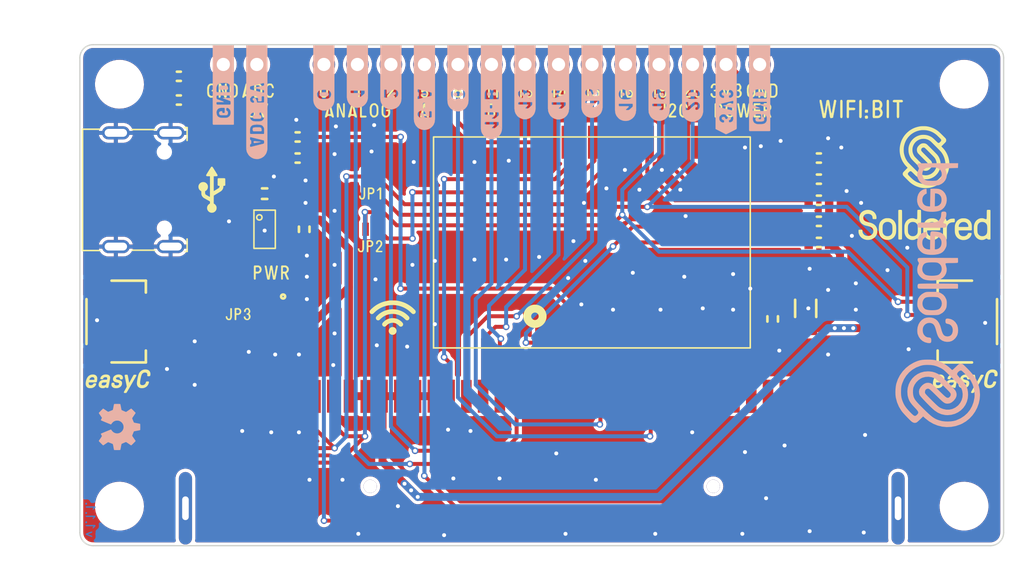
<source format=kicad_pcb>
(kicad_pcb (version 20211014) (generator pcbnew)
  (title_block (title "WIFI:bit") (date "2021-09-09") (rev "V1.1.1.") (company "SOLDERED") (comment 1 "333061"))
  (layers (0 "F.Cu" signal) (31 "B.Cu" signal) (34 "B.Paste" user) (35 "F.Paste" user) (36 "B.SilkS" user "B.Silkscreen") (37 "F.SilkS" user "F.Silkscreen") (38 "B.Mask" user) (39 "F.Mask" user) (44 "Edge.Cuts" user))
  (net 0 "")
  (net 1 "GND")
  (net 2 "3V3")
  (net 3 "VUSB")
  (net 4 "GPIO4")
  (net 5 "P20")
  (net 6 "GPIO5")
  (net 7 "P19")
  (net 8 "ADC-5V")
  (net 9 "Net-(K5-PadA5)")
  (net 13 "Net-(K5-PadB5)")
  (net 17 "P3")
  (net 18 "P0")
  (net 19 "P4")
  (net 20 "P5")
  (net 21 "P6")
  (net 22 "P7")
  (net 23 "P1")
  (net 24 "TXD")
  (net 25 "P9")
  (net 26 "P10")
  (net 27 "P11")
  (net 28 "P12")
  (net 29 "P2")
  (net 30 "P13")
  (net 31 "P14")
  (net 32 "P15")
  (net 33 "RXD")
  (net 34 "GPIO15")
  (net 35 "GPIO2")
  (net 36 "GPIO0")
  (net 37 "EN")
  (net 38 "RESET")
  (net 39 "ADC")
  (net 40 "GPIO16")
  (net 41 "GPIO14")
  (net 42 "GPIO12")
  (net 43 "GPIO13")
  (net 45 "Net-(D1-Pad1)")
  (net 46 "Net-(JP3-Pad2)")
  (footprint "e-radionica.com footprinti:0402LED" (layer "F.Cu") (at 80.32 125.96)
    (fp_text reference "D1")
    (fp_text value "purple")
  )
  (footprint "e-radionica.com footprinti:SMD_JUMPER_CONNECTED" (layer "F.Cu") (at 87.82 117.46 180)
    (fp_text reference "JP1")
    (fp_text value "SMD-JUMPER-CONNECTED")
  )
  (footprint "e-radionica.com footprinti:ESP 8266(ESP12-F)" (layer "F.Cu") (at 100.82 122.46 90)
    (fp_text reference "U1")
    (fp_text value "ESP8266(ESP12-F)")
  )
  (footprint "e-radionica.com footprinti:0603R" (layer "F.Cu") (at 121.82 120.86)
    (fp_text reference "R5")
    (fp_text value "10k")
  )
  (footprint "e-radionica.com footprinti:SMD_JUMPER_CONNECTED" (layer "F.Cu") (at 87.82 121.46 180)
    (fp_text reference "JP2")
    (fp_text value "SMD-JUMPER-CONNECTED")
  )
  (footprint "e-radionica.com footprinti:easyC-connector" (layer "F.Cu") (at 132.52 128.46 -90)
    (fp_text reference "K2")
    (fp_text value "easyC-SMD")
  )
  (footprint "e-radionica.com footprinti:SMD-JUMPER-CONNECTED_TRACE_SLODERMASK" (layer "F.Cu") (at 77.82 126.71)
    (fp_text reference "JP3")
    (fp_text value "SMD-JUMPER-CONNECTED_TRACE_SLODERMASK")
  )
  (footprint "e-radionica.com footprinti:0603R" (layer "F.Cu") (at 82.32 114.46 180)
    (fp_text reference "R6")
    (fp_text value "10k")
  )
  (footprint "buzzardLabel" (layer "F.Cu") (at 79.32 110.96)
    (fp_text reference "")
    (fp_text value "")
  )
  (footprint "e-radionica.com footprinti:0603C" (layer "F.Cu") (at 79.82 118.76 180)
    (fp_text reference "C3")
    (fp_text value "2.2uF")
  )
  (footprint "e-radionica.com footprinti:MC127-140-002" (layer "F.Cu") (at 100.82 140.96 180)
    (fp_text reference "K6")
    (fp_text value "MIC127-140-002")
  )
  (footprint "buzzardLabel" (layer "F.Cu") (at 94.47 110.96)
    (fp_text reference "")
    (fp_text value "")
  )
  (footprint "buzzardLabel" (layer "F.Cu") (at 84.31 110.96)
    (fp_text reference "")
    (fp_text value "")
  )
  (footprint "e-radionica.com footprinti:HOLE_3.2mm" (layer "F.Cu") (at 68.82 110.46 -90)
    (fp_text reference "H1" hide)
    (fp_text value "HOLE_3.2mm" hide)
  )
  (footprint "e-radionica.com footprinti:FIDUCIAL_23" (layer "F.Cu") (at 68.32 137.46 -90)
    (fp_text reference "FD1")
    (fp_text value "FIDUCIAL")
  )
  (footprint "e-radionica.com footprinti:0603R" (layer "F.Cu") (at 121.82 117.66)
    (fp_text reference "R2")
    (fp_text value "10k")
  )
  (footprint "buzzardLabel" (layer "F.Cu") (at 114.79 110.96)
    (fp_text reference "")
    (fp_text value "")
  )
  (footprint "buzzardLabel" (layer "F.Cu") (at 91.93 110.96)
    (fp_text reference "")
    (fp_text value "")
  )
  (footprint "buzzardLabel" (layer "F.Cu") (at 125.02 112.36)
    (fp_text reference "")
    (fp_text value "")
  )
  (footprint "e-radionica.com footprinti:1206C" (layer "F.Cu") (at 120.82 127.46 -90)
    (fp_text reference "C1")
    (fp_text value "10uF")
  )
  (footprint "buzzardLabel" (layer "F.Cu") (at 80.32 124.76)
    (fp_text reference "")
    (fp_text value "")
  )
  (footprint "buzzardLabel" (layer "F.Cu") (at 79.32 112.46)
    (fp_text reference "")
    (fp_text value "")
  )
  (footprint "buzzardLabel" (layer "F.Cu") (at 110.98 112.46)
    (fp_text reference "")
    (fp_text value "")
  )
  (footprint "Soldered Graphics:Logo-Back-OSH-3.5mm" (layer "F.Cu") (at 68.82 136.46 -90)
    (fp_text reference "G***" hide)
    (fp_text value "LOGO" hide)
  )
  (footprint "buzzardLabel" (layer "F.Cu") (at 87.82 118.76)
    (fp_text reference "")
    (fp_text value "")
  )
  (footprint "e-radionica.com footprinti:0603R" (layer "F.Cu") (at 73.32 111.66)
    (fp_text reference "R10")
    (fp_text value "5.1k")
  )
  (footprint "e-radionica.com footprinti:0402R" (layer "F.Cu") (at 80.32 127.46)
    (fp_text reference "R8")
    (fp_text value "2k2")
  )
  (footprint "buzzardLabel" (layer "F.Cu") (at 107.17 110.96)
    (fp_text reference "")
    (fp_text value "")
  )
  (footprint "e-radionica.com footprinti:SOT-23-5" (layer "F.Cu") (at 79.82 121.46)
    (fp_text reference "U2")
    (fp_text value "SE5218")
  )
  (footprint "e-radionica.com footprinti:HOLE_3.2mm" (layer "F.Cu") (at 132.82 110.46 -90)
    (fp_text reference "H3" hide)
    (fp_text value "HOLE_3.2mm" hide)
  )
  (footprint "buzzardLabel" (layer "F.Cu") (at 97.01 110.96)
    (fp_text reference "")
    (fp_text value "")
  )
  (footprint "Soldered Graphics:Logo-Back-SolderedFULL-20mm" (layer "F.Cu") (at 130.82 126.46 -90)
    (fp_text reference "REF**" hide)
    (fp_text value "Logo-Front-SolderedFULL-20mm" hide)
  )
  (footprint "buzzardLabel" (layer "F.Cu") (at 104.63 110.96)
    (fp_text reference "")
    (fp_text value "")
  )
  (footprint "buzzardLabel" (layer "F.Cu") (at 109.71 110.96)
    (fp_text reference "")
    (fp_text value "")
  )
  (footprint "buzzardLabel" (layer "F.Cu") (at 87.82 122.76)
    (fp_text reference "")
    (fp_text value "")
  )
  (footprint "e-radionica.com footprinti:HOLE_3.2mm" (layer "F.Cu") (at 68.82 142.46 -90)
    (fp_text reference "H2" hide)
    (fp_text value "HOLE_3.2mm" hide)
  )
  (footprint "buzzardLabel" (layer "F.Cu") (at 91.93 112.46)
    (fp_text reference "")
    (fp_text value "")
  )
  (footprint "Soldered Graphics:Logo-Front-easyC-5mm" (layer "F.Cu") (at 68.72 132.96)
    (fp_text reference "G***" hide)
    (fp_text value "LOGO" hide)
  )
  (footprint "e-radionica.com footprinti:0603C" (layer "F.Cu") (at 82.82 121.46 90)
    (fp_text reference "C4")
    (fp_text value "2.2uF")
  )
  (footprint "Soldered Graphics:Logo-Front-SolderedVERTICAL-10mm" (layer "F.Cu") (at 129.82 117.96)
    (fp_text reference "G***" hide)
    (fp_text value "LOGO" hide)
  )
  (footprint "Soldered Graphics:Symbol-Front-WiFi" (layer "F.Cu") (at 89.52 128.16)
    (fp_text reference "REF**" hide)
    (fp_text value "Symbol-Front-WiFi" hide)
  )
  (footprint "e-radionica.com footprinti:0603C" (layer "F.Cu") (at 118.32 128.26 -90)
    (fp_text reference "C2")
    (fp_text value "100nF")
  )
  (footprint "e-radionica.com footprinti:U262-161N-4BVC11" (layer "F.Cu") (at 71.02 118.46 -90)
    (fp_text reference "K5")
    (fp_text value "U262-161N-4BVC11")
  )
  (footprint "e-radionica.com footprinti:HOLE_3.2mm" (layer "F.Cu") (at 132.82 142.46 -90)
    (fp_text reference "H4" hide)
    (fp_text value "HOLE_3.2mm" hide)
  )
  (footprint "e-radionica.com footprinti:0603R" (layer "F.Cu") (at 73.32 109.86)
    (fp_text reference "R9")
    (fp_text value "5.1k")
  )
  (footprint "buzzardLabel" (layer "F.Cu") (at 102.09 110.96)
    (fp_text reference "")
    (fp_text value "")
  )
  (footprint "e-radionica.com footprinti:0603R" (layer "F.Cu") (at 121.82 119.26)
    (fp_text reference "R3")
    (fp_text value "10k")
  )
  (footprint "buzzardLabel" (layer "F.Cu") (at 89.39 110.96)
    (fp_text reference "")
    (fp_text value "")
  )
  (footprint "buzzardLabel" (layer "F.Cu") (at 76.62 110.96)
    (fp_text reference "")
    (fp_text value "")
  )
  (footprint "e-radionica.com footprinti:0603R" (layer "F.Cu") (at 82.32 116.06 180)
    (fp_text reference "R7")
    (fp_text value "2k49")
  )
  (footprint "buzzardLabel" (layer "F.Cu") (at 97.01 112.46)
    (fp_text reference "")
    (fp_text value "")
  )
  (footprint "buzzardLabel" (layer "F.Cu") (at 86.85 112.46)
    (fp_text reference "")
    (fp_text value "")
  )
  (footprint "buzzardLabel" (layer "F.Cu") (at 117.52 110.96)
    (fp_text reference "")
    (fp_text value "")
  )
  (footprint "e-radionica.com footprinti:0603R" (layer "F.Cu") (at 121.82 116.06 180)
    (fp_text reference "R1")
    (fp_text value "10k")
  )
  (footprint "Soldered Graphics:Symbol-Front-USB" (layer "F.Cu") (at 75.82 118.46)
    (fp_text reference "G***" hide)
    (fp_text value "LOGO" hide)
  )
  (footprint "e-radionica.com footprinti:easyC-connector" (layer "F.Cu") (at 69.12 128.46 90)
    (fp_text reference "K1")
    (fp_text value "easyC-SMD")
  )
  (footprint "e-radionica.com footprinti:0603R" (layer "F.Cu") (at 121.82 122.46)
    (fp_text reference "R4")
    (fp_text value "10k")
  )
  (footprint "Soldered Graphics:Logo-Front-easyC-5mm" (layer "F.Cu") (at 132.92 132.96)
    (fp_text reference "G***" hide)
    (fp_text value "LOGO" hide)
  )
  (footprint "buzzardLabel" (layer "F.Cu") (at 86.85 110.96)
    (fp_text reference "")
    (fp_text value "")
  )
  (footprint "buzzardLabel" (layer "F.Cu") (at 112.25 110.96)
    (fp_text reference "")
    (fp_text value "")
  )
  (footprint "buzzardLabel" (layer "F.Cu") (at 77.82 127.91)
    (fp_text reference "")
    (fp_text value "")
  )
  (footprint "buzzardLabel" (layer "F.Cu") (at 99.55 110.96)
    (fp_text reference "")
    (fp_text value "")
  )
  (footprint "buzzardLabel" (layer "F.Cu") (at 116.06 112.46)
    (fp_text reference "")
    (fp_text value "")
  )
  (footprint "buzzardLabel" (layer "B.Cu") (at 94.47 107.06 90)
    (fp_text reference "")
    (fp_text value "")
  )
  (footprint "buzzardLabel" (layer "B.Cu") (at 104.63 107.06 90)
    (fp_text reference "")
    (fp_text value "")
  )
  (footprint "buzzardLabel" (layer "B.Cu") (at 86.85 107.06 90)
    (fp_text reference "")
    (fp_text value "")
  )
  (footprint "e-radionica.com footprinti:HEADER_MALE_14X1" (layer "B.Cu") (at 100.82 108.96)
    (fp_text reference "K4")
    (fp_text value "HEADER_MALE_14X1")
  )
  (footprint "buzzardLabel" (layer "B.Cu") (at 76.69 107.06 90)
    (fp_text reference "")
    (fp_text value "")
  )
  (footprint "e-radionica.com footprinti:HEADER_MALE_2X1" (layer "B.Cu") (at 77.96 108.96)
    (fp_text reference "K3")
    (fp_text value "HEADER_MALE_2X1")
  )
  (footprint "buzzardLabel" (layer "B.Cu") (at 89.39 107.06 90)
    (fp_text reference "")
    (fp_text value "")
  )
  (footprint "buzzardLabel" (layer "B.Cu") (at 114.79 107.06 90)
    (fp_text reference "")
    (fp_text value "")
  )
  (footprint "Soldered Graphics:Version1.1.1." (layer "B.Cu") (at 66.62 143.46 90)
    (fp_text reference "REF**" hide)
    (fp_text value "Version1.1.1." hide)
  )
  (footprint "buzzardLabel" (layer "B.Cu") (at 107.17 107.06 90)
    (fp_text reference "")
    (fp_text value "")
  )
  (footprint "buzzardLabel" (layer "B.Cu") (at 84.31 107.06 90)
    (fp_text reference "")
    (fp_text value "")
  )
  (footprint "buzzardLabel" (layer "B.Cu") (at 109.71 107.06 90)
    (fp_text reference "")
    (fp_text value "")
  )
  (footprint "buzzardLabel" (layer "B.Cu") (at 117.33 107.06 90)
    (fp_text reference "")
    (fp_text value "")
  )
  (footprint "buzzardLabel" (layer "B.Cu") (at 97.01 107.06 90)
    (fp_text reference "")
    (fp_text value "")
  )
  (footprint "buzzardLabel" (layer "B.Cu") (at 99.55 107.06 90)
    (fp_text reference "")
    (fp_text value "")
  )
  (footprint "buzzardLabel" (layer "B.Cu") (at 102.09 107.06 90)
    (fp_text reference "")
    (fp_text value "")
  )
  (footprint "buzzardLabel" (layer "B.Cu") (at 112.25 107.06 90)
    (fp_text reference "")
    (fp_text value "")
  )
  (footprint "buzzardLabel" (layer "B.Cu") (at 91.93 107.06 90)
    (fp_text reference "")
    (fp_text value "")
  )
  (footprint "buzzardLabel" (layer "B.Cu") (at 79.23 107.06 90)
    (fp_text reference "")
    (fp_text value "")
  )
  (gr_arc (start 65.82 108.46) (mid 66.112893 107.752893) (end 66.82 107.46) (layer "Edge.Cuts") (width 0.1))
  (gr_line (start 135.82 108.46) (end 135.82 144.46) (layer "Edge.Cuts") (width 0.1))
  (gr_line (start 65.82 144.46) (end 65.82 108.46) (layer "Edge.Cuts") (width 0.1))
  (gr_arc (start 135.82 144.46) (mid 135.527108 145.167105) (end 134.820003 145.459997) (layer "Edge.Cuts") (width 0.1))
  (gr_arc (start 134.820003 107.459997) (mid 135.527109 107.752892) (end 135.82 108.46) (layer "Edge.Cuts") (width 0.1))
  (gr_arc (start 66.82 145.46) (mid 66.112893 145.167107) (end 65.82 144.46) (layer "Edge.Cuts") (width 0.1))
  (gr_line (start 66.82 107.46) (end 134.82 107.46) (layer "Edge.Cuts") (width 0.1))
  (gr_line (start 134.82 145.46) (end 66.82 145.46) (layer "Edge.Cuts") (width 0.1))
  (via (at 82.22 113.16) (size 0.5) (drill 0.3) (layers "F.Cu" "B.Cu") (net 1))
  (via (at 100.62 123.56) (size 0.5) (drill 0.3) (layers "F.Cu" "B.Cu") (net 1))
  (via (at 72.42 132.06) (size 0.5) (drill 0.3) (layers "F.Cu" "B.Cu") (net 1))
  (via (at 95.72 123.76) (size 0.5) (drill 0.3) (layers "F.Cu" "B.Cu") (net 1))
  (via (at 125.22 144.46) (size 0.5) (drill 0.3) (layers "F.Cu" "B.Cu") (net 1))
  (via (at 125.02 119.46) (size 0.5) (drill 0.3) (layers "F.Cu" "B.Cu") (net 1))
  (via (at 95.72 116.36) (size 0.5) (drill 0.3) (layers "F.Cu" "B.Cu") (net 1))
  (via (at 108.22 118.46) (size 0.5) (drill 0.3) (layers "F.Cu" "B.Cu") (net 1))
  (via (at 86.92 144.56) (size 0.5) (drill 0.3) (layers "F.Cu" "B.Cu") (net 1))
  (via (at 85.12 129.36) (size 0.5) (drill 0.3) (layers "F.Cu" "B.Cu") (net 1))
  (via (at 116.62 125.96) (size 0.5) (drill 0.3) (layers "F.Cu" "B.Cu") (net 1))
  (via (at 91.02 124.16) (size 0.5) (drill 0.3) (layers "F.Cu" "B.Cu") (net 1))
  (via (at 98.12 123.76) (size 0.5) (drill 0.3) (layers "F.Cu" "B.Cu") (net 1))
  (via (at 82.92 117.76) (size 0.5) (drill 0.3) (layers "F.Cu" "B.Cu") (net 1))
  (via (at 85.02 131.76) (size 0.5) (drill 0.3) (layers "F.Cu" "B.Cu") (net 1))
  (via (at 78.12 136.76) (size 0.5) (drill 0.3) (layers "F.Cu" "B.Cu") (net 1))
  (via (at 95.42 136.76) (size 0.5) (drill 0.3) (layers "F.Cu" "B.Cu") (net 1))
  (via (at 104.02 119.46) (size 0.5) (drill 0.3) (layers "F.Cu" "B.Cu") (net 1))
  (via (at 122.52 130.96) (size 0.5) (drill 0.3) (layers "F.Cu" "B.Cu") (net 1))
  (via (at 134.42 128.56) (size 0.5) (drill 0.3) (layers "F.Cu" "B.Cu") (net 1))
  (via (at 111.32 118.46) (size 0.5) (drill 0.3) (layers "F.Cu" "B.Cu") (net 1))
  (via (at 116.22 115.26) (size 0.5) (drill 0.3) (layers "F.Cu" "B.Cu") (net 1))
  (via (at 123.52 115.26) (size 0.5) (drill 0.3) (layers "F.Cu" "B.Cu") (net 1))
  (via (at 112.22 136.86) (size 0.5) (drill 0.3) (layers "F.Cu" "B.Cu") (net 1))
  (via (at 102.62 144.56) (size 0.5) (drill 0.3) (layers "F.Cu" "B.Cu") (net 1))
  (via (at 78.62 130.76) (size 0.5) (drill 0.3) (layers "F.Cu" "B.Cu") (net 1))
  (via (at 82.92 119.46) (size 0.5) (drill 0.3) (layers "F.Cu" "B.Cu") (net 1))
  (via (at 82.42 136.86) (size 0.5) (drill 0.3) (layers "F.Cu" "B.Cu") (net 1))
  (via (at 98.32 116.26) (size 0.5) (drill 0.3) (layers "F.Cu" "B.Cu") (net 1))
  (via (at 115.32 124.86) (size 0.5) (drill 0.3) (layers "F.Cu" "B.Cu") (net 1))
  (via (at 104.12 123.86) (size 0.5) (drill 0.3) (layers "F.Cu" "B.Cu") (net 1))
  (via (at 115.32 127.56) (size 0.5) (drill 0.3) (layers "F.Cu" "B.Cu") (net 1))
  (via (at 121.12 144.36) (size 0.5) (drill 0.3) (layers "F.Cu" "B.Cu") (net 1))
  (via (at 88.32 130.26) (size 0.5) (drill 0.3) (layers "F.Cu" "B.Cu") (net 1))
  (via (at 89.92 142.46) (size 0.5) (drill 0.3) (layers "F.Cu" "B.Cu") (net 1))
  (via (at 128.62 130.56) (size 0.5) (drill 0.3) (layers "F.Cu" "B.Cu") (net 1))
  (via (at 90.62 130.36) (size 0.5) (drill 0.3) (layers "F.Cu" "B.Cu") (net 1))
  (via (at 111.62 125.06) (size 0.5) (drill 0.3) (layers "F.Cu" "B.Cu") (net 1))
  (via (at 107.72 124.76) (size 0.5) (drill 0.3) (layers "F.Cu" "B.Cu") (net 1))
  (via (at 85.12 124.16) (size 0.5) (drill 0.3) (layers "F.Cu" "B.Cu") (net 1))
  (via (at 92.72 123.86) (size 0.5) (drill 0.3) (layers "F.Cu" "B.Cu") (net 1))
  (via (at 124.62 127.56) (size 0.5) (drill 0.3) (layers "F.Cu" "B.Cu") (net 1))
  (via (at 80.62 130.96) (size 0.5) (drill 0.3) (layers "F.Cu" "B.Cu") (net 1))
  (via (at 102.82 125.16) (size 0.5) (drill 0.3) (layers "F.Cu" "B.Cu") (net 1))
  (via (at 118.82 130.66) (size 0.5) (drill 0.3) (layers "F.Cu" "B.Cu") (net 1))
  (via (at 103.82 127.16) (size 0.5) (drill 0.3) (layers "F.Cu" "B.Cu") (net 1))
  (via (at 83.02 126.76) (size 0.5) (drill 0.3) (layers "F.Cu" "B.Cu") (net 1))
  (via (at 88.22 125.26) (size 0.5) (drill 0.3) (layers "F.Cu" "B.Cu") (net 1))
  (via (at 85.72 140.46) (size 0.5) (drill 0.3) (layers "F.Cu" "B.Cu") (net 1))
  (via (at 122.52 126.06) (size 0.5) (drill 0.3) (layers "F.Cu" "B.Cu") (net 1))
  (via (at 117.82 141.86) (size 0.5) (drill 0.3) (layers "F.Cu" "B.Cu") (net 1))
  (via (at 93.42 144.66) (size 0.5) (drill 0.3) (layers "F.Cu" "B.Cu") (net 1))
  (via (at 125.32 137.06) (size 0.5) (drill 0.3) (layers "F.Cu" "B.Cu") (net 1))
  (via (at 83.02 123.46) (size 0.5) (drill 0.3) (layers "F.Cu" "B.Cu") (net 1))
  (via (at 106.22 127.56) (size 0.5) (drill 0.3) (layers "F.Cu" "B.Cu") (net 1))
  (via (at 92.72 128.66) (size 0.5) (drill 0.3) (layers "F.Cu" "B.Cu") (net 1))
  (via (at 101.92 138.46) (size 0.5) (drill 0.3) (layers "F.Cu" "B.Cu") (net 1))
  (via (at 85.12 120.06) (size 0.5) (drill 0.3) (layers "F.Cu" "B.Cu") (net 1))
  (via (at 122.52 114.56) (size 0.5) (drill 0.3) (layers "F.Cu" "B.Cu") (net 1))
  (via (at 109.82 127.56) (size 0.5) (drill 0.3) (layers "F.Cu" "B.Cu") (net 1))
  (via (at 118.92 114.76) (size 0.5) (drill 0.3) (layers "F.Cu" "B.Cu") (net 1))
  (via (at 109.42 144.56) (size 0.5) (drill 0.3) (layers "F.Cu" "B.Cu") (net 1))
  (via (at 123.92 118.56) (size 0.5) (drill 0.3) (layers "F.Cu" "B.Cu") (net 1))
  (via (at 87.92 115.56) (size 0.5) (drill 0.3) (layers "F.Cu" "B.Cu") (net 1))
  (via (at 111.72 120.46) (size 0.5) (drill 0.3) (layers "F.Cu" "B.Cu") (net 1))
  (via (at 116.02 144.56) (size 0.5) (drill 0.3) (layers "F.Cu" "B.Cu") (net 1))
  (via (at 94.12 140.36) (size 0.5) (drill 0.3) (layers "F.Cu" "B.Cu") (net 1))
  (via (at 124.32 121.96) (size 0.5) (drill 0.3) (layers "F.Cu" "B.Cu") (net 1))
  (via (at 83.22 140.46) (size 0.5) (drill 0.3) (layers "F.Cu" "B.Cu") (net 1))
  (via (at 74.52 129.96) (size 0.5) (drill 0.3) (layers "F.Cu" "B.Cu") (net 1))
  (via (at 93.72 136.66) (size 0.5) (drill 0.3) (layers "F.Cu" "B.Cu") (net 1))
  (via (at 88.12 113.56) (size 0.5) (drill 0.3) (layers "F.Cu" "B.Cu") (net 1))
  (via (at 128.52 122.86) (size 0.5) (drill 0.3) (layers "F.Cu" "B.Cu") (net 1))
  (via (at 82.42 130.96) (size 0.5) (drill 0.3) (layers "F.Cu" "B.Cu") (net 1))
  (via (at 67.12 128.36) (size 0.5) (drill 0.3) (layers "F.Cu" "B.Cu") (net 1))
  (via (at 103.22 122.36) (size 0.5) (drill 0.3) (layers "F.Cu" "B.Cu") (net 1))
  (via (at 91.12 116.36) (size 0.5) (drill 0.3) (layers "F.Cu" "B.Cu") (net 1))
  (via (at 124.62 125.56) (size 0.5) (drill 0.3) (layers "F.Cu" "B.Cu") (net 1))
  (via (at 121.02 127.46) (size 0.5) (drill 0.3) (layers "F.Cu" "B.Cu") (net 1))
  (via (at 74.52 133.26) (size 0.5) (drill 0.3) (layers "F.Cu" "B.Cu") (net 1))
  (via (at 83.02 125.06) (size 0.5) (drill 0.3) (layers "F.Cu" "B.Cu") (net 1))
  (via (at 116.22 138.36) (size 0.5) (drill 0.3) (layers "F.Cu" "B.Cu") (net 1))
  (via (at 127.02 124.56) (size 0.5) (drill 0.3) (layers "F.Cu" "B.Cu") (net 1))
  (via (at 107.12 116.96) (size 0.5) (drill 0.3) (layers "F.Cu" "B.Cu") (net 1))
  (via (at 77.12 120.86) (size 0.5) (drill 0.3) (layers "F.Cu" "B.Cu") (net 1))
  (via (at 117.42 115.16) (size 0.5) (drill 0.3) (layers "F.Cu" "B.Cu") (net 1))
  (via (at 80.52 117.46) (size 0.5) (drill 0.3) (layers "F.Cu" "B.Cu") (net 1))
  (via (at 80.32 136.86) (size 0.5) (drill 0.3) (layers "F.Cu" "B.Cu") (net 1))
  (via (at 121.12 124.46) (size 0.5) (drill 0.3) (layers "F.Cu" "B.Cu") (net 1))
  (via (at 97.62 140.36) (size 0.5) (drill 0.3) (layers "F.Cu" "B.Cu") (net 1))
  (via (at 79.82 121.56) (size 0.5) (drill 0.3) (layers "F.Cu" "B.Cu") (net 1))
  (via (at 104.92 140.46) (size 0.5) (drill 0.3) (layers "F.Cu" "B.Cu") (net 1))
  (via (at 105.72 118.36) (size 0.5) (drill 0.3) (layers "F.Cu" "B.Cu") (net 1))
  (via (at 113.02 127.46) (size 0.5) (drill 0.3) (layers "F.Cu" "B.Cu") (net 1))
  (via (at 109.92 116.96) (size 0.5) (drill 0.3) (layers "F.Cu" "B.Cu") (net 1))
  (via (at 85.22 113.66) (size 0.5) (drill 0.3) (layers "F.Cu" "B.Cu") (net 1))
  (via (at 119.22 137.86) (size 0.5) (drill 0.3) (layers "F.Cu" "B.Cu") (net 1))
  (via (at 85.12 115.76) (size 0.5) (drill 0.3) (layers "F.Cu" "B.Cu") (net 1))
  (segment (start 118.89 113.06) (end 114.79 108.96) (width 0.6) (layer "F.Cu") (net 2))
  (segment (start 81.12 120.51) (end 82.6 120.51) (width 0.6) (layer "F.Cu") (net 2))
  (segment (start 76.62 129.26) (end 75.32 127.96) (width 0.6) (layer "F.Cu") (net 2))
  (segment (start 82.6 120.51) (end 82.82 120.73) (width 0.6) (layer "F.Cu") (net 2))
  (segment (start 86.215 125.855) (end 82.81 129.26) (width 0.6) (layer "F.Cu") (net 2))
  (segment (start 123.42 123.285) (end 123.42 127.56) (width 0.6) (layer "F.Cu") (net 2))
  (segment (start 88.755 139.095) (end 88.755 134.12) (width 0.6) (layer "F.Cu") (net 2))
  (segment (start 124.82 116.36) (end 124.82 114.06) (width 0.6) (layer "F.Cu") (net 2))
  (segment (start 86.215 134.12) (end 86.215 125.855) (width 0.6) (layer "F.Cu") (net 2))
  (segment (start 75.32 127.96) (end 71.27 127.96) (width 0.6) (layer "F.Cu") (net 2))
  (segment (start 123.82 113.06) (end 118.89 113.06) (width 0.6) (layer "F.Cu") (net 2))
  (segment (start 122.595 117.66) (end 122.595 119.26) (width 0.6) (layer "F.Cu") (net 2))
  (segment (start 118.32 128.99) (end 115.89 128.99) (width 0.6) (layer "F.Cu") (net 2))
  (segment (start 83.99 120.73) (end 82.82 120.73) (width 0.6) (layer "F.Cu") (net 2))
  (segment (start 82.81 129.26) (end 76.62 129.26) (width 0.6) (layer "F.Cu") (net 2))
  (segment (start 122.595 117.66) (end 123.52 117.66) (width 0.6) (layer "F.Cu") (net 2))
  (segment (start 122.02 128.96) (end 120.845 128.96) (width 0.6) (layer "F.Cu") (net 2))
  (segment (start 91.42 141.76) (end 88.755 139.095) (width 0.6) (layer "F.Cu") (net 2))
  (segment (start 92.565 134.12) (end 86.215 134.12) (width 0.6) (layer "F.Cu") (net 2))
  (segment (start 123.52 117.66) (end 124.82 116.36) (width 0.6) (layer "F.Cu") (net 2))
  (segment (start 77.47 126.71) (end 76.22 127.96) (width 0.3) (layer "F.Cu") (net 2))
  (segment (start 130.37 128.96) (end 123.02 128.96) (width 0.6) (layer "F.Cu") (net 2))
  (segment (start 115.89 128.99) (end 114.82 130.06) (width 0.6) (layer "F.Cu") (net 2))
  (segment (start 123.42 127.56) (end 122.02 128.96) (width 0.6) (layer "F.Cu") (net 2))
  (segment (start 122.595 122.46) (end 123.42 123.285) (width 0.6) (layer "F.Cu") (net 2))
  (segment (start 122.595 119.26) (end 122.595 120.86) (width 0.6) (layer "F.Cu") (net 2))
  (segment (start 120.82 128.985) (end 118.325 128.985) (width 0.6) (layer "F.Cu") (net 2))
  (segment (start 86.215 122.955) (end 83.99 120.73) (width 0.6) (layer "F.Cu") (net 2))
  (segment (start 86.215 125.855) (end 86.215 122.955) (width 0.6) (layer "F.Cu") (net 2))
  (segment (start 76.22 127.96) (end 75.32 127.96) (width 0.3) (layer "F.Cu") (net 2))
  (segment (start 120.845 128.96) (end 120.82 128.985) (width 0.6) (layer "F.Cu") (net 2))
  (segment (start 123.02 128.96) (end 122.02 128.96) (width 0.6) (layer "F.Cu") (net 2))
  (segment (start 122.595 120.86) (end 122.595 122.46) (width 0.6) (layer "F.Cu") (net 2))
  (segment (start 124.82 114.06) (end 123.82 113.06) (width 0.6) (layer "F.Cu") (net 2))
  (via (at 124.42 128.96) (size 0.5) (drill 0.3) (layers "F.Cu" "B.Cu") (net 2))
  (via (at 90.92 141.26) (size 0.5) (drill 0.3) (layers "F.Cu" "B.Cu") (net 2))
  (via (at 123.02 128.96) (size 0.5) (drill 0.3) (layers "F.Cu" "B.Cu") (net 2))
  (via (at 90.42 140.76) (size 0.5) (drill 0.3) (layers "F.Cu" "B.Cu") (net 2))
  (via (at 123.72 128.96) (size 0.5) (drill 0.3) (layers "F.Cu" "B.Cu") (net 2))
  (via (at 91.42 141.76) (size 0.5) (drill 0.3) (layers "F.Cu" "B.Cu") (net 2))
  (segment (start 124.42 128.96) (end 122.52 128.96) (width 0.6) (layer "B.Cu") (net 2))
  (segment (start 109.72 141.76) (end 91.42 141.76) (width 0.6) (layer "B.Cu") (net 2))
  (segment (start 91.42 141.76) (end 90.42 140.76) (width 0.6) (layer "B.Cu") (net 2))
  (segment (start 122.52 128.96) (end 109.72 141.76) (width 0.6) (layer "B.Cu") (net 2))
  (segment (start 79.09 119.79) (end 79.09 118.76) (width 0.6) (layer "F.Cu") (net 3))
  (segment (start 76.57 122.41) (end 75.02 120.86) (width 0.3) (layer "F.Cu") (net 3))
  (segment (start 76.02 118.76) (end 75.82 118.96) (width 0.6) (layer "F.Cu") (net 3))
  (segment (start 77.42 118.76) (end 76.02 118.76) (width 0.6) (layer "F.Cu") (net 3))
  (segment (start 79.09 118.76) (end 77.42 118.76) (width 0.6) (layer "F.Cu") (net 3))
  (segment (start 77.42 118.76) (end 74.92 116.26) (width 0.6) (layer "F.Cu") (net 3))
  (segment (start 75.82 118.96) (end 75.02 119.76) (width 0.6) (layer "F.Cu") (net 3))
  (segment (start 75.02 119.76) (end 75.02 120.76) (width 0.6) (layer "F.Cu") (net 3))
  (segment (start 78.52 122.41) (end 76.57 122.41) (width 0.3) (layer "F.Cu") (net 3))
  (segment (start 78.52 120.36) (end 79.09 119.79) (width 0.6) (layer "F.Cu") (net 3))
  (segment (start 78.52 120.51) (end 78.52 120.36) (width 0.6) (layer "F.Cu") (net 3))
  (segment (start 75.02 120.86) (end 75.02 120.76) (width 0.3) (layer "F.Cu") (net 3))
  (segment (start 102.82 119.56) (end 90.42 119.56) (width 0.3) (layer "F.Cu") (net 4))
  (segment (start 88.32 117.46) (end 88.17 117.46) (width 0.3) (layer "F.Cu") (net 4))
  (segment (start 106.82 115.56) (end 102.82 119.56) (width 0.3) (layer "F.Cu") (net 4))
  (segment (start 90.42 119.56) (end 88.32 117.46) (width 0.3) (layer "F.Cu") (net 4))
  (segment (start 106.82 114.86) (end 106.82 115.56) (width 0.3) (layer "F.Cu") (net 4))
  (segment (start 87.47 117.46) (end 86.02 117.46) (width 0.3) (layer "F.Cu") (net 5))
  (segment (start 73.22 134.76) (end 76.52 138.06) (width 0.3) (layer "F.Cu") (net 5))
  (segment (start 76.52 138.06) (end 85.12 138.06) (width 0.3) (layer "F.Cu") (net 5))
  (segment (start 90.02 120.36) (end 88.52 118.86) (width 0.3) (layer "F.Cu") (net 5))
  (segment (start 128.52 127.96) (end 130.37 127.96) (width 0.3) (layer "F.Cu") (net 5))
  (segment (start 87.47 118.51) (end 87.47 117.46) (width 0.3) (layer "F.Cu") (net 5))
  (segment (start 72.62 128.96) (end 73.22 129.56) (width 0.3) (layer "F.Cu") (net 5))
  (segment (start 88.52 118.86) (end 87.82 118.86) (width 0.3) (layer "F.Cu") (net 5))
  (segment (start 108.82 119.76) (end 105.92 119.76) (width 0.3) (layer "F.Cu") (net 5))
  (segment (start 73.22 129.56) (end 73.22 134.76) (width 0.3) (layer "F.Cu") (net 5))
  (segment (start 85.12 138.06) (end 83.675 136.615) (width 0.3) (layer "F.Cu") (net 5))
  (segment (start 71.27 128.96) (end 72.62 128.96) (width 0.3) (layer "F.Cu") (net 5))
  (segment (start 87.82 118.86) (end 87.47 118.51) (width 0.3) (layer "F.Cu") (net 5))
  (segment (start 83.675 136.615) (end 83.675 134.14) (width 0.3) (layer "F.Cu") (net 5))
  (segment (start 105.92 119.76) (end 105.32 120.36) (width 0.3) (layer "F.Cu") (net 5))
  (segment (start 105.32 120.36) (end 90.02 120.36) (width 0.3) (layer "F.Cu") (net 5))
  (via (at 108.82 119.76) (size 0.5) (drill 0.3) (layers "F.Cu" "B.Cu") (net 5))
  (via (at 85.12 138.06) (size 0.5) (drill 0.3) (layers "F.Cu" "B.Cu") (net 5))
  (via (at 128.52 127.96) (size 0.5) (drill 0.3) (layers "F.Cu" "B.Cu") (net 5))
  (via (at 86.02 117.46) (size 0.5) (drill 0.3) (layers "F.Cu" "B.Cu") (net 5))
  (segment (start 85.12 138.06) (end 86.02 137.16) (width 0.3) (layer "B.Cu") (net 5))
  (segment (start 112.25 116.33) (end 112.25 108.96) (width 0.3) (layer "B.Cu") (net 5))
  (segment (start 86.02 137.16) (end 86.02 117.46) (width 0.3) (layer "B.Cu") (net 5))
  (segment (start 108.82 119.76) (end 112.25 116.33) (width 0.3) (layer "B.Cu") (net 5))
  (segment (start 128.52 124.36) (end 128.52 127.96) (width 0.3) (layer "B.Cu") (net 5))
  (segment (start 123.92 119.76) (end 128.52 124.36) (width 0.3) (layer "B.Cu") (net 5))
  (segment (start 108.82 119.76) (end 123.92 119.76) (width 0.3) (layer "B.Cu") (net 5))
  (segment (start 88.42 121.46) (end 88.17 121.46) (width 0.3) (layer "F.Cu") (net 6))
  (segment (start 104.82 116.26) (end 104.82 114.86) (width 0.3) (layer "F.Cu") (net 6))
  (segment (start 91.02 122.16) (end 89.12 122.16) (width 0.3) (layer "F.Cu") (net 6))
  (segment (start 89.12 122.16) (end 88.42 121.46) (width 0.3) (layer "F.Cu") (net 6))
  (segment (start 102.42 118.66) (end 104.82 116.26) (width 0.3) (layer "F.Cu") (net 6))
  (segment (start 91.02 118.66) (end 102.42 118.66) (width 0.3) (layer "F.Cu") (net 6))
  (via (at 91.02 118.66) (size 0.5) (drill 0.3) (layers "F.Cu" "B.Cu") (net 6))
  (via (at 91.02 122.16) (size 0.5) (drill 0.3) (layers "F.Cu" "B.Cu") (net 6))
  (segment (start 91.02 118.66) (end 91.02 122.16) (width 0.3) (layer "B.Cu") (net 6))
  (segment (start 88.82 120.16) (end 87.42 120.16) (width 0.3) (layer "F.Cu") (net 7))
  (segment (start 85.92 137.16) (end 84.945 136.185) (width 0.3) (layer "F.Cu") (net 7))
  (segment (start 87.42 137.16) (end 85.92 137.16) (width 0.3) (layer "F.Cu") (net 7))
  (segment (start 87.47 120.21) (end 87.42 120.16) (width 0.3) (layer "F.Cu") (net 7))
  (segment (start 106.92 120.36) (end 106.12 121.16) (width 0.3) (layer "F.Cu") (net 7))
  (segment (start 76.02 139.16) (end 85.42 139.16) (width 0.3) (layer "F.Cu") (net 7))
  (segment (start 127.82 126.96) (end 130.37 126.96) (width 0.3) (layer "F.Cu") (net 7))
  (segment (start 106.12 121.16) (end 89.82 121.16) (width 0.3) (layer "F.Cu") (net 7))
  (segment (start 89.82 121.16) (end 88.82 120.16) (width 0.3) (layer "F.Cu") (net 7))
  (segment (start 71.27 129.96) (end 71.27 134.41) (width 0.3) (layer "F.Cu") (net 7))
  (segment (start 71.27 134.41) (end 76.02 139.16) (width 0.3) (layer "F.Cu") (net 7))
  (segment (start 87.47 121.46) (end 87.47 120.21) (width 0.3) (layer "F.Cu") (net 7))
  (segment (start 84.945 136.185) (end 84.945 134.12) (width 0.3) (layer "F.Cu") (net 7))
  (segment (start 85.42 139.16) (end 87.42 137.16) (width 0.3) (layer "F.Cu") (net 7))
  (via (at 87.42 120.16) (size 0.5) (drill 0.3) (layers "F.Cu" "B.Cu") (net 7))
  (via (at 127.82 126.96) (size 0.5) (drill 0.3) (layers "F.Cu" "B.Cu") (net 7))
  (via (at 87.42 137.16) (size 0.5) (drill 0.3) (layers "F.Cu" "B.Cu") (net 7))
  (via (at 106.92 120.36) (size 0.5) (drill 0.3) (layers "F.Cu" "B.Cu") (net 7))
  (segment (start 124.02 123.16) (end 109.72 123.16) (width 0.3) (layer "B.Cu") (net 7))
  (segment (start 109.71 115.67) (end 109.71 108.96) (width 0.3) (layer "B.Cu") (net 7))
  (segment (start 106.92 118.46) (end 109.71 115.67) (width 0.3) (layer "B.Cu") (net 7))
  (segment (start 127.82 126.96) (end 124.02 123.16) (width 0.3) (layer "B.Cu") (net 7))
  (segment (start 87.42 120.16) (end 87.42 137.16) (width 0.3) (layer "B.Cu") (net 7))
  (segment (start 106.92 120.36) (end 106.92 118.46) (width 0.3) (layer "B.Cu") (net 7))
  (segment (start 109.72 123.16) (end 106.92 120.36) (width 0.3) (layer "B.Cu") (net 7))
  (segment (start 80.82 114.46) (end 81.545 114.46) (width 0.3) (layer "F.Cu") (net 8))
  (segment (start 79.23 108.96) (end 79.23 112.87) (width 0.3) (layer "F.Cu") (net 8))
  (segment (start 79.23 112.87) (end 80.82 114.46) (width 0.3) (layer "F.Cu") (net 8))
  (segment (start 72.545 111.66) (end 72.545 111.735) (width 0.254) (layer "F.Cu") (net 9))
  (segment (start 71.12 113.16) (end 71.12 116.06) (width 0.254) (layer "F.Cu") (net 9))
  (segment (start 72.283 117.223) (end 73.495 117.223) (width 0.254) (layer "F.Cu") (net 9))
  (segment (start 72.545 111.735) (end 71.12 113.16) (width 0.254) (layer "F.Cu") (net 9))
  (segment (start 71.12 116.06) (end 72.283 117.223) (width 0.254) (layer "F.Cu") (net 9))
  (segment (start 72.483 120.223) (end 73.495 120.223) (width 0.254) (layer "F.Cu") (net 13))
  (segment (start 72.545 109.935) (end 70.62 111.86) (width 0.254) (layer "F.Cu") (net 13))
  (segment (start 70.62 111.86) (end 70.62 118.36) (width 0.254) (layer "F.Cu") (net 13))
  (segment (start 72.545 109.86) (end 72.545 109.935) (width 0.254) (layer "F.Cu") (net 13))
  (segment (start 70.62 118.36) (end 72.483 120.223) (width 0.254) (layer "F.Cu") (net 13))
  (segment (start 124.295 134.12) (end 124.315 134.14) (width 0.3) (layer "F.Cu") (net 18))
  (segment (start 120.505 134.14) (end 121.755 134.14) (width 0.3) (layer "F.Cu") (net 18))
  (segment (start 121.755 134.14) (end 121.775 134.12) (width 0.3) (layer "F.Cu") (net 18))
  (segment (start 84.32 143.56) (end 117.72 143.56) (width 0.3) (layer "F.Cu") (net 18))
  (segment (start 117.72 143.56) (end 120.505 140.775) (width 0.3) (layer "F.Cu") (net 18))
  (segment (start 123.045 134.12) (end 121.775 134.12) (width 0.3) (layer "F.Cu") (net 18))
  (segment (start 123.045 134.12) (end 124.295 134.12) (width 0.3) (layer "F.Cu") (net 18))
  (segment (start 120.505 140.775) (end 120.505 134.14) (width 0.3) (layer "F.Cu") (net 18))
  (via (at 84.32 143.56) (size 0.5) (drill 0.3) (layers "F.Cu" "B.Cu") (net 18))
  (segment (start 84.32 143.56) (end 84.31 143.55) (width 0.3) (layer "B.Cu") (net 18))
  (segment (start 84.31 143.55) (end 84.31 108.96) (width 0.3) (layer "B.Cu") (net 18))
  (segment (start 115.52 142.66) (end 117.965 140.215) (width 0.3) (layer "F.Cu") (net 20))
  (segment (start 94.42 142.66) (end 115.52 142.66) (width 0.3) (layer "F.Cu") (net 20))
  (segment (start 117.965 140.215) (end 117.965 134.12) (width 0.3) (layer "F.Cu") (net 20))
  (segment (start 91.92 140.16) (end 94.42 142.66) (width 0.3) (layer "F.Cu") (net 20))
  (via (at 91.92 140.16) (size 0.5) (drill 0.3) (layers "F.Cu" "B.Cu") (net 20))
  (segment (start 91.93 140.15) (end 91.93 108.96) (width 0.3) (layer "B.Cu") (net 20))
  (segment (start 91.92 140.16) (end 91.93 140.15) (width 0.3) (layer "B.Cu") (net 20))
  (segment (start 108.92 139.26) (end 110.345 137.835) (width 0.3) (layer "F.Cu") (net 23))
  (segment (start 110.345 137.835) (end 110.345 134.12) (width 0.3) (layer "F.Cu") (net 23))
  (segment (start 110.345 134.12) (end 114.155 134.12) (width 0.3) (layer "F.Cu") (net 23))
  (segment (start 90.82 139.26) (end 108.92 139.26) (width 0.3) (layer "F.Cu") (net 23))
  (via (at 90.82 139.26) (size 0.5) (drill 0.3) (layers "F.Cu" "B.Cu") (net 23))
  (segment (start 90.82 139.26) (end 87.72 139.26) (width 0.3) (layer "B.Cu") (net 23))
  (segment (start 87.72 139.26) (end 86.72 138.26) (width 0.3) (layer "B.Cu") (net 23))
  (segment (start 86.72 138.26) (end 86.72 109.09) (width 0.3) (layer "B.Cu") (net 23))
  (segment (start 86.72 109.09) (end 86.85 108.96) (width 0.3) (layer "B.Cu") (net 23))
  (segment (start 109.075 137.105) (end 109.075 134.14) (width 0.3) (layer "F.Cu") (net 24))
  (segment (start 96.02 114.86) (end 100.82 114.86) (width 0.3) (layer "F.Cu") (net 24))
  (segment (start 94.47 108.96) (end 94.47 113.31) (width 0.3) (layer "F.Cu") (net 24))
  (segment (start 94.47 113.31) (end 96.02 114.86) (width 0.3) (layer "F.Cu") (net 24))
  (segment (start 109.02 137.16) (end 109.075 137.105) (width 0.3) (layer "F.Cu") (net 24))
  (via (at 109.02 137.16) (size 0.5) (drill 0.3) (layers "F.Cu" "B.Cu") (net 24))
  (segment (start 94.47 134.21) (end 97.42 137.16) (width 0.3) (layer "B.Cu") (net 24))
  (segment (start 97.42 137.16) (end 109.02 137.16) (width 0.3) (layer "B.Cu") (net 24))
  (segment (start 94.47 108.96) (end 94.47 134.21) (width 0.3) (layer "B.Cu") (net 24))
  (segment (start 105.265 136.215) (end 105.22 136.26) (width 0.3) (layer "F.Cu") (net 27))
  (segment (start 105.265 134.14) (end 105.265 136.215) (width 0.3) (layer "F.Cu") (net 27))
  (via (at 105.22 136.26) (size 0.5) (drill 0.3) (layers "F.Cu" "B.Cu") (net 27))
  (segment (start 97.01 125.57) (end 95.82 126.76) (width 0.3) (layer "B.Cu") (net 27))
  (segment (start 95.82 126.76) (end 95.82 133.26) (width 0.3) (layer "B.Cu") (net 27))
  (segment (start 95.82 133.26) (end 98.82 136.26) (width 0.3) (layer "B.Cu") (net 27))
  (segment (start 97.01 108.96) (end 97.01 125.57) (width 0.3) (layer "B.Cu") (net 27))
  (segment (start 98.82 136.26) (end 105.22 136.26) (width 0.3) (layer "B.Cu") (net 27))
  (segment (start 98.915 137.255) (end 98.915 134.14) (width 0.3) (layer "F.Cu") (net 29))
  (segment (start 98.92 137.26) (end 98.915 137.255) (width 0.3) (layer "F.Cu") (net 29))
  (segment (start 91.22 138.26) (end 97.92 138.26) (width 0.3) (layer "F.Cu") (net 29))
  (segment (start 97.92 138.26) (end 98.92 137.26) (width 0.3) (layer "F.Cu") (net 29))
  (segment (start 98.915 134.14) (end 102.705 134.14) (width 0.3) (layer "F.Cu") (net 29))
  (segment (start 102.705 134.14) (end 102.725 134.12) (width 0.3) (layer "F.Cu") (net 29))
  (via (at 91.22 138.26) (size 0.5) (drill 0.3) (layers "F.Cu" "B.Cu") (net 29))
  (segment (start 89.39 136.43) (end 89.39 108.96) (width 0.3) (layer "B.Cu") (net 29))
  (segment (start 91.22 138.26) (end 89.39 136.43) (width 0.3) (layer "B.Cu") (net 29))
  (segment (start 97.645 129.835) (end 97.645 134.12) (width 0.3) (layer "F.Cu") (net 30))
  (segment (start 97.72 129.76) (end 97.645 129.835) (width 0.3) (layer "F.Cu") (net 30))
  (via (at 97.72 129.76) (size 0.5) (drill 0.3) (layers "F.Cu" "B.Cu") (net 30))
  (segment (start 96.82 127.26) (end 99.55 124.53) (width 0.3) (layer "B.Cu") (net 30))
  (segment (start 97.72 129.76) (end 96.82 128.86) (width 0.3) (layer "B.Cu") (net 30))
  (segment (start 99.55 124.53) (end 99.55 108.96) (width 0.3) (layer "B.Cu") (net 30))
  (segment (start 96.82 128.86) (end 96.82 127.26) (width 0.3) (layer "B.Cu") (net 30))
  (segment (start 96.375 129.805) (end 96.375 134.12) (width 0.3) (layer "F.Cu") (net 31))
  (segment (start 97.32 128.86) (end 96.375 129.805) (width 0.3) (layer "F.Cu") (net 31))
  (segment (start 98.12 128.86) (end 97.32 128.86) (width 0.3) (layer "F.Cu") (net 31))
  (via (at 98.12 128.86) (size 0.5) (drill 0.3) (layers "F.Cu" "B.Cu") (net 31))
  (segment (start 102.09 123.39) (end 102.09 108.96) (width 0.3) (layer "B.Cu") (net 31))
  (segment (start 98.12 127.36) (end 102.09 123.39) (width 0.3) (layer "B.Cu") (net 31))
  (segment (start 98.12 128.86) (end 98.12 127.36) (width 0.3) (layer "B.Cu") (net 31))
  (segment (start 98.92 128.06) (end 96.72 128.06) (width 0.3) (layer "F.Cu") (net 32))
  (segment (start 95.105 129.675) (end 95.105 134.14) (width 0.3) (layer "F.Cu") (net 32))
  (segment (start 96.72 128.06) (end 95.105 129.675) (width 0.3) (layer "F.Cu") (net 32))
  (via (at 98.92 128.06) (size 0.5) (drill 0.3) (layers "F.Cu" "B.Cu") (net 32))
  (segment (start 98.92 128.06) (end 104.63 122.35) (width 0.3) (layer "B.Cu") (net 32))
  (segment (start 104.63 122.35) (end 104.63 108.96) (width 0.3) (layer "B.Cu") (net 32))
  (segment (start 107.17 109.41) (end 107.17 108.96) (width 0.3) (layer "F.Cu") (net 33))
  (segment (start 101.82 117.66) (end 102.82 116.66) (width 0.3) (layer "F.Cu") (net 33))
  (segment (start 93.835 131.575) (end 93.835 134.12) (width 0.3) (layer "F.Cu") (net 33))
  (segment (start 93.42 117.66) (end 101.82 117.66) (width 0.3) (layer "F.Cu") (net 33))
  (segment (start 102.82 114.86) (end 102.82 113.76) (width 0.3) (layer "F.Cu") (net 33))
  (segment (start 102.82 116.66) (end 102.82 114.86) (width 0.3) (layer "F.Cu") (net 33))
  (segment (start 93.42 131.16) (end 93.835 131.575) (width 0.3) (layer "F.Cu") (net 33))
  (segment (start 102.82 113.76) (end 107.17 109.41) (width 0.3) (layer "F.Cu") (net 33))
  (via (at 93.42 131.16) (size 0.5) (drill 0.3) (layers "F.Cu" "B.Cu") (net 33))
  (via (at 93.42 117.66) (size 0.5) (drill 0.3) (layers "F.Cu" "B.Cu") (net 33))
  (segment (start 93.42 131.16) (end 93.42 117.66) (width 0.3) (layer "B.Cu") (net 33))
  (segment (start 118.72 116.06) (end 121.045 116.06) (width 0.3) (layer "F.Cu") (net 34))
  (segment (start 117.72 117.06) (end 118.72 116.06) (width 0.3) (layer "F.Cu") (net 34))
  (segment (start 113.72 117.06) (end 117.72 117.06) (width 0.3) (layer "F.Cu") (net 34))
  (segment (start 112.82 114.86) (end 112.82 116.16) (width 0.3) (layer "F.Cu") (net 34))
  (segment (start 112.82 116.16) (end 113.72 117.06) (width 0.3) (layer "F.Cu") (net 34))
  (segment (start 112.12 118.16) (end 118.82 118.16) (width 0.3) (layer "F.Cu") (net 35))
  (segment (start 118.82 118.16) (end 119.32 117.66) (width 0.3) (layer "F.Cu") (net 35))
  (segment (start 119.32 117.66) (end 121.045 117.66) (width 0.3) (layer "F.Cu") (net 35))
  (segment (start 110.82 114.86) (end 110.82 116.86) (width 0.3) (layer "F.Cu") (net 35))
  (segment (start 110.82 116.86) (end 112.12 118.16) (width 0.3) (layer "F.Cu") (net 35))
  (segment (start 108.82 117.16) (end 110.92 119.26) (width 0.3) (layer "F.Cu") (net 36))
  (segment (start 110.92 119.26) (end 121.045 119.26) (width 0.3) (layer "F.Cu") (net 36))
  (segment (start 108.82 114.86) (end 108.82 117.16) (width 0.3) (layer "F.Cu") (net 36))
  (segment (start 104.82 130.06) (end 104.82 125.66) (width 0.3) (layer "F.Cu") (net 37))
  (segment (start 108.02 122.46) (end 121.045 122.46) (width 0.3) (layer "F.Cu") (net 37))
  (segment (start 104.82 125.66) (end 108.02 122.46) (width 0.3) (layer "F.Cu") (net 37))
  (segment (start 120.645 121.26) (end 121.045 120.86) (width 0.3) (layer "F.Cu") (net 38))
  (segment (start 100.82 130.06) (end 99.62 130.06) (width 0.3) (layer "F.Cu") (net 38))
  (segment (start 106.22 122.76) (end 107.72 121.26) (width 0.3) (layer "F.Cu") (net 38))
  (segment (start 107.72 121.26) (end 120.645 121.26) (width 0.3) (layer "F.Cu") (net 38))
  (via (at 99.62 130.06) (size 0.5) (drill 0.3) (layers "F.Cu" "B.Cu") (net 38))
  (via (at 106.22 122.76) (size 0.5) (drill 0.3) (layers "F.Cu" "B.Cu") (net 38))
  (segment (start 106.22 122.76) (end 99.62 129.36) (width 0.3) (layer "B.Cu") (net 38))
  (segment (start 99.62 129.36) (end 99.62 130.06) (width 0.3) (layer "B.Cu") (net 38))
  (segment (start 101.52 125.96) (end 102.82 127.26) (width 0.3) (layer "F.Cu") (net 39))
  (segment (start 90.12 114.46) (end 83.095 114.46) (width 0.3) (layer "F.Cu") (net 39))
  (segment (start 102.82 127.26) (end 102.82 130.06) (width 0.3) (layer "F.Cu") (net 39))
  (segment (start 83.095 116.06) (end 83.095 114.46) (width 0.3) (layer "F.Cu") (net 39))
  (segment (start 90.12 125.96) (end 101.52 125.96) (width 0.3) (layer "F.Cu") (net 39))
  (via (at 90.12 114.46) (size 0.5) (drill 0.3) (layers "F.Cu" "B.Cu") (net 39))
  (via (at 90.12 125.96) (size 0.5) (drill 0.3) (layers "F.Cu" "B.Cu") (net 39))
  (segment (start 90.12 125.96) (end 90.12 114.46) (width 0.3) (layer "B.Cu") (net 39))
  (segment (start 79.77 126.11) (end 80.82 127.16) (width 0.254) (layer "F.Cu") (net 45))
  (segment (start 80.82 127.16) (end 80.82 127.46) (width 0.254) (layer "F.Cu") (net 45))
  (segment (start 79.77 125.96) (end 79.77 126.11) (width 0.254) (layer "F.Cu") (net 45))
  (segment (start 79.42 127.46) (end 79.82 127.46) (width 0.254) (layer "F.Cu") (net 46))
  (segment (start 78.67 126.71) (end 79.42 127.46) (width 0.254) (layer "F.Cu") (net 46))
  (segment (start 78.17 126.71) (end 78.67 126.71) (width 0.254) (layer "F.Cu") (net 46))
  (zone (net 1) (net_name "GND") (layers F&B.Cu) (connect_pads (clearance 0.254)) (min_thickness 0.254) (fill yes (thermal_gap 0.254) (thermal_bridge_width 0.3))
    (polygon (pts (xy 65.82 145.46) (xy 65.82 107.46) (xy 135.82 107.46) (xy 135.82 145.46)))
  )
  (zone (net 3) (net_name "VUSB") (layer "F.Cu") (priority 2) (connect_pads yes (clearance 0.254)) (min_thickness 0.254) (fill yes (thermal_gap 0.254) (thermal_bridge_width 0.3))
    (polygon (pts (xy 75.12 121.16) (xy 74.42 121.16) (xy 72.92 121.16) (xy 72.92 120.66) (xy 74.42 120.66) (xy 74.72 120.36) (xy 75.12 120.36) (xy 75.32 120.56) (xy 75.32 120.96)))
  )
  (zone (net 3) (net_name "VUSB") (layer "F.Cu") (priority 2) (connect_pads yes (clearance 0.254)) (min_thickness 0.254) (fill yes (thermal_gap 0.254) (thermal_bridge_width 0.3))
    (polygon (pts (xy 75.02 116.66) (xy 74.62 116.66) (xy 74.32 116.36) (xy 74.22 116.26) (xy 72.92 116.26) (xy 72.92 115.76) (xy 74.92 115.76) (xy 75.22 116.06) (xy 75.22 116.46)))
  )
)
</source>
